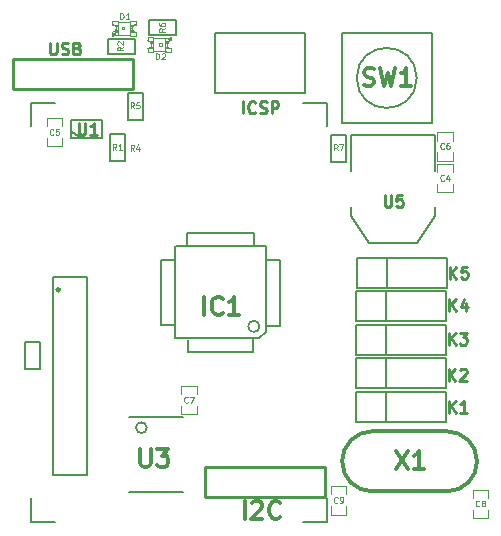
<source format=gto>
G04 (created by PCBNEW (2013-07-07 BZR 4022)-stable) date 12/31/2015 9:21:21 AM*
%MOIN*%
G04 Gerber Fmt 3.4, Leading zero omitted, Abs format*
%FSLAX34Y34*%
G01*
G70*
G90*
G04 APERTURE LIST*
%ADD10C,0.00590551*%
%ADD11C,0.00492126*%
%ADD12C,0.00984252*%
%ADD13C,0.011811*%
%ADD14C,0.006*%
%ADD15C,0.005*%
%ADD16C,0.008*%
%ADD17C,0.0047*%
%ADD18C,0.01*%
%ADD19C,0.0026*%
%ADD20C,0.004*%
%ADD21C,0.002*%
%ADD22C,0.0125*%
%ADD23C,0.012*%
G04 APERTURE END LIST*
G54D10*
G54D11*
X48024Y-37569D02*
X48014Y-37579D01*
X47986Y-37588D01*
X47967Y-37588D01*
X47939Y-37579D01*
X47921Y-37560D01*
X47911Y-37541D01*
X47902Y-37504D01*
X47902Y-37476D01*
X47911Y-37438D01*
X47921Y-37419D01*
X47939Y-37401D01*
X47967Y-37391D01*
X47986Y-37391D01*
X48014Y-37401D01*
X48024Y-37410D01*
X48089Y-37391D02*
X48221Y-37391D01*
X48136Y-37588D01*
X45642Y-29158D02*
X45576Y-29064D01*
X45529Y-29158D02*
X45529Y-28961D01*
X45604Y-28961D01*
X45623Y-28971D01*
X45632Y-28980D01*
X45642Y-28999D01*
X45642Y-29027D01*
X45632Y-29046D01*
X45623Y-29055D01*
X45604Y-29064D01*
X45529Y-29064D01*
X45829Y-29158D02*
X45717Y-29158D01*
X45773Y-29158D02*
X45773Y-28961D01*
X45754Y-28989D01*
X45735Y-29008D01*
X45717Y-29018D01*
X46227Y-29185D02*
X46161Y-29091D01*
X46114Y-29185D02*
X46114Y-28988D01*
X46189Y-28988D01*
X46208Y-28998D01*
X46217Y-29007D01*
X46227Y-29026D01*
X46227Y-29054D01*
X46217Y-29073D01*
X46208Y-29082D01*
X46189Y-29091D01*
X46114Y-29091D01*
X46395Y-29054D02*
X46395Y-29185D01*
X46349Y-28979D02*
X46302Y-29120D01*
X46424Y-29120D01*
X46231Y-27777D02*
X46166Y-27683D01*
X46119Y-27777D02*
X46119Y-27580D01*
X46194Y-27580D01*
X46212Y-27589D01*
X46222Y-27599D01*
X46231Y-27617D01*
X46231Y-27645D01*
X46222Y-27664D01*
X46212Y-27674D01*
X46194Y-27683D01*
X46119Y-27683D01*
X46409Y-27580D02*
X46316Y-27580D01*
X46306Y-27674D01*
X46316Y-27664D01*
X46334Y-27655D01*
X46381Y-27655D01*
X46400Y-27664D01*
X46409Y-27674D01*
X46419Y-27692D01*
X46419Y-27739D01*
X46409Y-27758D01*
X46400Y-27767D01*
X46381Y-27777D01*
X46334Y-27777D01*
X46316Y-27767D01*
X46306Y-27758D01*
X43542Y-28641D02*
X43532Y-28651D01*
X43504Y-28660D01*
X43485Y-28660D01*
X43457Y-28651D01*
X43439Y-28632D01*
X43429Y-28613D01*
X43420Y-28576D01*
X43420Y-28548D01*
X43429Y-28510D01*
X43439Y-28491D01*
X43457Y-28473D01*
X43485Y-28463D01*
X43504Y-28463D01*
X43532Y-28473D01*
X43542Y-28482D01*
X43720Y-28463D02*
X43626Y-28463D01*
X43617Y-28557D01*
X43626Y-28548D01*
X43645Y-28538D01*
X43692Y-28538D01*
X43710Y-28548D01*
X43720Y-28557D01*
X43729Y-28576D01*
X43729Y-28623D01*
X43720Y-28641D01*
X43710Y-28651D01*
X43692Y-28660D01*
X43645Y-28660D01*
X43626Y-28651D01*
X43617Y-28641D01*
G54D12*
X44385Y-28264D02*
X44385Y-28582D01*
X44403Y-28620D01*
X44422Y-28639D01*
X44460Y-28657D01*
X44535Y-28657D01*
X44572Y-28639D01*
X44591Y-28620D01*
X44610Y-28582D01*
X44610Y-28264D01*
X45003Y-28657D02*
X44778Y-28657D01*
X44891Y-28657D02*
X44891Y-28264D01*
X44853Y-28320D01*
X44816Y-28357D01*
X44778Y-28376D01*
X43423Y-25585D02*
X43423Y-25904D01*
X43441Y-25941D01*
X43460Y-25960D01*
X43498Y-25979D01*
X43573Y-25979D01*
X43610Y-25960D01*
X43629Y-25941D01*
X43648Y-25904D01*
X43648Y-25585D01*
X43816Y-25960D02*
X43873Y-25979D01*
X43966Y-25979D01*
X44004Y-25960D01*
X44023Y-25941D01*
X44041Y-25904D01*
X44041Y-25866D01*
X44023Y-25829D01*
X44004Y-25810D01*
X43966Y-25791D01*
X43891Y-25773D01*
X43854Y-25754D01*
X43835Y-25735D01*
X43816Y-25698D01*
X43816Y-25660D01*
X43835Y-25623D01*
X43854Y-25604D01*
X43891Y-25585D01*
X43985Y-25585D01*
X44041Y-25604D01*
X44341Y-25773D02*
X44398Y-25791D01*
X44416Y-25810D01*
X44435Y-25848D01*
X44435Y-25904D01*
X44416Y-25941D01*
X44398Y-25960D01*
X44360Y-25979D01*
X44210Y-25979D01*
X44210Y-25585D01*
X44341Y-25585D01*
X44379Y-25604D01*
X44398Y-25623D01*
X44416Y-25660D01*
X44416Y-25698D01*
X44398Y-25735D01*
X44379Y-25754D01*
X44341Y-25773D01*
X44210Y-25773D01*
G54D11*
X47262Y-25111D02*
X47168Y-25176D01*
X47262Y-25223D02*
X47065Y-25223D01*
X47065Y-25148D01*
X47074Y-25130D01*
X47084Y-25120D01*
X47102Y-25111D01*
X47130Y-25111D01*
X47149Y-25120D01*
X47159Y-25130D01*
X47168Y-25148D01*
X47168Y-25223D01*
X47065Y-24942D02*
X47065Y-24980D01*
X47074Y-24998D01*
X47084Y-25008D01*
X47112Y-25026D01*
X47149Y-25036D01*
X47224Y-25036D01*
X47243Y-25026D01*
X47252Y-25017D01*
X47262Y-24998D01*
X47262Y-24961D01*
X47252Y-24942D01*
X47243Y-24933D01*
X47224Y-24923D01*
X47177Y-24923D01*
X47159Y-24933D01*
X47149Y-24942D01*
X47140Y-24961D01*
X47140Y-24998D01*
X47149Y-25017D01*
X47159Y-25026D01*
X47177Y-25036D01*
X45868Y-25733D02*
X45774Y-25799D01*
X45868Y-25846D02*
X45671Y-25846D01*
X45671Y-25771D01*
X45681Y-25752D01*
X45690Y-25743D01*
X45709Y-25733D01*
X45737Y-25733D01*
X45756Y-25743D01*
X45765Y-25752D01*
X45774Y-25771D01*
X45774Y-25846D01*
X45690Y-25658D02*
X45681Y-25649D01*
X45671Y-25630D01*
X45671Y-25583D01*
X45681Y-25565D01*
X45690Y-25555D01*
X45709Y-25546D01*
X45728Y-25546D01*
X45756Y-25555D01*
X45868Y-25668D01*
X45868Y-25546D01*
X45769Y-24799D02*
X45769Y-24602D01*
X45816Y-24602D01*
X45844Y-24612D01*
X45863Y-24630D01*
X45872Y-24649D01*
X45882Y-24687D01*
X45882Y-24715D01*
X45872Y-24752D01*
X45863Y-24771D01*
X45844Y-24790D01*
X45816Y-24799D01*
X45769Y-24799D01*
X46069Y-24799D02*
X45957Y-24799D01*
X46013Y-24799D02*
X46013Y-24602D01*
X45994Y-24630D01*
X45975Y-24649D01*
X45957Y-24659D01*
X46965Y-26143D02*
X46965Y-25946D01*
X47012Y-25946D01*
X47040Y-25956D01*
X47058Y-25974D01*
X47068Y-25993D01*
X47077Y-26031D01*
X47077Y-26059D01*
X47068Y-26096D01*
X47058Y-26115D01*
X47040Y-26134D01*
X47012Y-26143D01*
X46965Y-26143D01*
X47152Y-25965D02*
X47162Y-25956D01*
X47180Y-25946D01*
X47227Y-25946D01*
X47246Y-25956D01*
X47255Y-25965D01*
X47265Y-25984D01*
X47265Y-26003D01*
X47255Y-26031D01*
X47143Y-26143D01*
X47265Y-26143D01*
G54D12*
X49858Y-27939D02*
X49858Y-27545D01*
X50271Y-27901D02*
X50252Y-27920D01*
X50196Y-27939D01*
X50158Y-27939D01*
X50102Y-27920D01*
X50065Y-27883D01*
X50046Y-27845D01*
X50027Y-27770D01*
X50027Y-27714D01*
X50046Y-27639D01*
X50065Y-27601D01*
X50102Y-27564D01*
X50158Y-27545D01*
X50196Y-27545D01*
X50252Y-27564D01*
X50271Y-27583D01*
X50421Y-27920D02*
X50477Y-27939D01*
X50571Y-27939D01*
X50608Y-27920D01*
X50627Y-27901D01*
X50646Y-27864D01*
X50646Y-27826D01*
X50627Y-27789D01*
X50608Y-27770D01*
X50571Y-27751D01*
X50496Y-27733D01*
X50458Y-27714D01*
X50440Y-27695D01*
X50421Y-27658D01*
X50421Y-27620D01*
X50440Y-27583D01*
X50458Y-27564D01*
X50496Y-27545D01*
X50589Y-27545D01*
X50646Y-27564D01*
X50814Y-27939D02*
X50814Y-27545D01*
X50964Y-27545D01*
X51002Y-27564D01*
X51021Y-27583D01*
X51039Y-27620D01*
X51039Y-27676D01*
X51021Y-27714D01*
X51002Y-27733D01*
X50964Y-27751D01*
X50814Y-27751D01*
G54D13*
X53896Y-27006D02*
X53980Y-27035D01*
X54121Y-27035D01*
X54177Y-27006D01*
X54205Y-26978D01*
X54234Y-26922D01*
X54234Y-26866D01*
X54205Y-26810D01*
X54177Y-26781D01*
X54121Y-26753D01*
X54009Y-26725D01*
X53952Y-26697D01*
X53924Y-26669D01*
X53896Y-26613D01*
X53896Y-26556D01*
X53924Y-26500D01*
X53952Y-26472D01*
X54009Y-26444D01*
X54149Y-26444D01*
X54234Y-26472D01*
X54430Y-26444D02*
X54571Y-27035D01*
X54684Y-26613D01*
X54796Y-27035D01*
X54937Y-26444D01*
X55471Y-27035D02*
X55133Y-27035D01*
X55302Y-27035D02*
X55302Y-26444D01*
X55246Y-26528D01*
X55190Y-26585D01*
X55133Y-26613D01*
G54D11*
X53013Y-29178D02*
X52947Y-29084D01*
X52900Y-29178D02*
X52900Y-28981D01*
X52975Y-28981D01*
X52994Y-28991D01*
X53003Y-29000D01*
X53013Y-29019D01*
X53013Y-29047D01*
X53003Y-29066D01*
X52994Y-29075D01*
X52975Y-29084D01*
X52900Y-29084D01*
X53078Y-28981D02*
X53210Y-28981D01*
X53125Y-29178D01*
X56562Y-30174D02*
X56552Y-30184D01*
X56524Y-30193D01*
X56505Y-30193D01*
X56477Y-30184D01*
X56459Y-30165D01*
X56449Y-30146D01*
X56440Y-30109D01*
X56440Y-30081D01*
X56449Y-30043D01*
X56459Y-30024D01*
X56477Y-30006D01*
X56505Y-29996D01*
X56524Y-29996D01*
X56552Y-30006D01*
X56562Y-30015D01*
X56730Y-30062D02*
X56730Y-30193D01*
X56684Y-29987D02*
X56637Y-30128D01*
X56759Y-30128D01*
X56562Y-29110D02*
X56552Y-29120D01*
X56524Y-29129D01*
X56505Y-29129D01*
X56477Y-29120D01*
X56459Y-29101D01*
X56449Y-29082D01*
X56440Y-29045D01*
X56440Y-29017D01*
X56449Y-28979D01*
X56459Y-28960D01*
X56477Y-28942D01*
X56505Y-28932D01*
X56524Y-28932D01*
X56552Y-28942D01*
X56562Y-28951D01*
X56730Y-28932D02*
X56693Y-28932D01*
X56674Y-28942D01*
X56665Y-28951D01*
X56646Y-28979D01*
X56637Y-29017D01*
X56637Y-29092D01*
X56646Y-29110D01*
X56655Y-29120D01*
X56674Y-29129D01*
X56712Y-29129D01*
X56730Y-29120D01*
X56740Y-29110D01*
X56749Y-29092D01*
X56749Y-29045D01*
X56740Y-29026D01*
X56730Y-29017D01*
X56712Y-29007D01*
X56674Y-29007D01*
X56655Y-29017D01*
X56646Y-29026D01*
X56637Y-29045D01*
G54D12*
X54580Y-30665D02*
X54580Y-30984D01*
X54598Y-31021D01*
X54617Y-31040D01*
X54655Y-31059D01*
X54730Y-31059D01*
X54767Y-31040D01*
X54786Y-31021D01*
X54805Y-30984D01*
X54805Y-30665D01*
X55179Y-30665D02*
X54992Y-30665D01*
X54973Y-30853D01*
X54992Y-30834D01*
X55029Y-30815D01*
X55123Y-30815D01*
X55161Y-30834D01*
X55179Y-30853D01*
X55198Y-30890D01*
X55198Y-30984D01*
X55179Y-31021D01*
X55161Y-31040D01*
X55123Y-31059D01*
X55029Y-31059D01*
X54992Y-31040D01*
X54973Y-31021D01*
X56752Y-33451D02*
X56752Y-33057D01*
X56977Y-33451D02*
X56808Y-33226D01*
X56977Y-33057D02*
X56752Y-33282D01*
X57333Y-33057D02*
X57146Y-33057D01*
X57127Y-33245D01*
X57146Y-33226D01*
X57183Y-33207D01*
X57277Y-33207D01*
X57314Y-33226D01*
X57333Y-33245D01*
X57352Y-33282D01*
X57352Y-33376D01*
X57333Y-33413D01*
X57314Y-33432D01*
X57277Y-33451D01*
X57183Y-33451D01*
X57146Y-33432D01*
X57127Y-33413D01*
X56745Y-34536D02*
X56745Y-34142D01*
X56970Y-34536D02*
X56801Y-34311D01*
X56970Y-34142D02*
X56745Y-34367D01*
X57307Y-34273D02*
X57307Y-34536D01*
X57214Y-34123D02*
X57120Y-34405D01*
X57364Y-34405D01*
X56729Y-35649D02*
X56729Y-35255D01*
X56954Y-35649D02*
X56785Y-35424D01*
X56954Y-35255D02*
X56729Y-35480D01*
X57085Y-35255D02*
X57329Y-35255D01*
X57198Y-35405D01*
X57254Y-35405D01*
X57291Y-35424D01*
X57310Y-35443D01*
X57329Y-35480D01*
X57329Y-35574D01*
X57310Y-35611D01*
X57291Y-35630D01*
X57254Y-35649D01*
X57141Y-35649D01*
X57104Y-35630D01*
X57085Y-35611D01*
X56719Y-36849D02*
X56719Y-36455D01*
X56944Y-36849D02*
X56775Y-36624D01*
X56944Y-36455D02*
X56719Y-36680D01*
X57094Y-36493D02*
X57113Y-36474D01*
X57150Y-36455D01*
X57244Y-36455D01*
X57281Y-36474D01*
X57300Y-36493D01*
X57319Y-36530D01*
X57319Y-36568D01*
X57300Y-36624D01*
X57075Y-36849D01*
X57319Y-36849D01*
X56731Y-37917D02*
X56731Y-37523D01*
X56956Y-37917D02*
X56787Y-37692D01*
X56956Y-37523D02*
X56731Y-37748D01*
X57331Y-37917D02*
X57106Y-37917D01*
X57218Y-37917D02*
X57218Y-37523D01*
X57181Y-37579D01*
X57143Y-37617D01*
X57106Y-37636D01*
G54D13*
X54961Y-39198D02*
X55355Y-39789D01*
X55355Y-39198D02*
X54961Y-39789D01*
X55889Y-39789D02*
X55552Y-39789D01*
X55721Y-39789D02*
X55721Y-39198D01*
X55664Y-39282D01*
X55608Y-39339D01*
X55552Y-39367D01*
G54D11*
X57742Y-41028D02*
X57733Y-41038D01*
X57705Y-41047D01*
X57686Y-41047D01*
X57658Y-41038D01*
X57639Y-41019D01*
X57630Y-41000D01*
X57620Y-40963D01*
X57620Y-40935D01*
X57630Y-40897D01*
X57639Y-40878D01*
X57658Y-40860D01*
X57686Y-40850D01*
X57705Y-40850D01*
X57733Y-40860D01*
X57742Y-40869D01*
X57855Y-40935D02*
X57836Y-40925D01*
X57827Y-40916D01*
X57817Y-40897D01*
X57817Y-40888D01*
X57827Y-40869D01*
X57836Y-40860D01*
X57855Y-40850D01*
X57892Y-40850D01*
X57911Y-40860D01*
X57920Y-40869D01*
X57930Y-40888D01*
X57930Y-40897D01*
X57920Y-40916D01*
X57911Y-40925D01*
X57892Y-40935D01*
X57855Y-40935D01*
X57836Y-40944D01*
X57827Y-40953D01*
X57817Y-40972D01*
X57817Y-41010D01*
X57827Y-41028D01*
X57836Y-41038D01*
X57855Y-41047D01*
X57892Y-41047D01*
X57911Y-41038D01*
X57920Y-41028D01*
X57930Y-41010D01*
X57930Y-40972D01*
X57920Y-40953D01*
X57911Y-40944D01*
X57892Y-40935D01*
X53013Y-40912D02*
X53003Y-40922D01*
X52975Y-40931D01*
X52956Y-40931D01*
X52928Y-40922D01*
X52910Y-40903D01*
X52900Y-40884D01*
X52891Y-40847D01*
X52891Y-40819D01*
X52900Y-40781D01*
X52910Y-40762D01*
X52928Y-40744D01*
X52956Y-40734D01*
X52975Y-40734D01*
X53003Y-40744D01*
X53013Y-40753D01*
X53106Y-40931D02*
X53144Y-40931D01*
X53163Y-40922D01*
X53172Y-40912D01*
X53191Y-40884D01*
X53200Y-40847D01*
X53200Y-40772D01*
X53191Y-40753D01*
X53181Y-40744D01*
X53163Y-40734D01*
X53125Y-40734D01*
X53106Y-40744D01*
X53097Y-40753D01*
X53088Y-40772D01*
X53088Y-40819D01*
X53097Y-40837D01*
X53106Y-40847D01*
X53125Y-40856D01*
X53163Y-40856D01*
X53181Y-40847D01*
X53191Y-40837D01*
X53200Y-40819D01*
G54D13*
X48563Y-34651D02*
X48563Y-34060D01*
X49182Y-34594D02*
X49154Y-34622D01*
X49069Y-34651D01*
X49013Y-34651D01*
X48929Y-34622D01*
X48872Y-34566D01*
X48844Y-34510D01*
X48816Y-34397D01*
X48816Y-34313D01*
X48844Y-34201D01*
X48872Y-34144D01*
X48929Y-34088D01*
X49013Y-34060D01*
X49069Y-34060D01*
X49154Y-34088D01*
X49182Y-34116D01*
X49744Y-34651D02*
X49407Y-34651D01*
X49575Y-34651D02*
X49575Y-34060D01*
X49519Y-34144D01*
X49463Y-34201D01*
X49407Y-34229D01*
X49913Y-41459D02*
X49913Y-40868D01*
X50166Y-40924D02*
X50194Y-40896D01*
X50250Y-40868D01*
X50391Y-40868D01*
X50447Y-40896D01*
X50475Y-40924D01*
X50504Y-40980D01*
X50504Y-41037D01*
X50475Y-41121D01*
X50138Y-41459D01*
X50504Y-41459D01*
X51094Y-41402D02*
X51066Y-41430D01*
X50982Y-41459D01*
X50925Y-41459D01*
X50841Y-41430D01*
X50785Y-41374D01*
X50757Y-41318D01*
X50729Y-41205D01*
X50729Y-41121D01*
X50757Y-41009D01*
X50785Y-40952D01*
X50841Y-40896D01*
X50925Y-40868D01*
X50982Y-40868D01*
X51066Y-40896D01*
X51094Y-40924D01*
X46443Y-39128D02*
X46443Y-39606D01*
X46471Y-39662D01*
X46499Y-39690D01*
X46555Y-39719D01*
X46668Y-39719D01*
X46724Y-39690D01*
X46752Y-39662D01*
X46780Y-39606D01*
X46780Y-39128D01*
X47005Y-39128D02*
X47371Y-39128D01*
X47174Y-39353D01*
X47258Y-39353D01*
X47314Y-39381D01*
X47342Y-39409D01*
X47371Y-39465D01*
X47371Y-39606D01*
X47342Y-39662D01*
X47314Y-39690D01*
X47258Y-39719D01*
X47089Y-39719D01*
X47033Y-39690D01*
X47005Y-39662D01*
G54D14*
X47853Y-40564D02*
X46055Y-40564D01*
X46055Y-38072D02*
X47853Y-38072D01*
X46654Y-38422D02*
G75*
G03X46654Y-38422I-180J0D01*
G74*
G01*
X47124Y-32827D02*
X47574Y-32827D01*
X47124Y-35007D02*
X47564Y-35007D01*
X47124Y-32827D02*
X47124Y-35007D01*
X48004Y-32357D02*
X48004Y-31927D01*
X50214Y-32347D02*
X50214Y-31927D01*
X50224Y-31927D02*
X48004Y-31917D01*
X50204Y-35897D02*
X48034Y-35907D01*
X50634Y-35207D02*
X50634Y-32377D01*
X48024Y-35897D02*
X48024Y-35487D01*
X50384Y-35447D02*
X47604Y-35447D01*
X47584Y-32367D02*
X47584Y-35407D01*
X50634Y-32367D02*
X47634Y-32367D01*
X51084Y-35037D02*
X51084Y-32817D01*
X51084Y-32817D02*
X50634Y-32817D01*
X50630Y-35217D02*
X50400Y-35447D01*
X51082Y-35037D02*
X50630Y-35037D01*
X50204Y-35447D02*
X50204Y-35899D01*
X50411Y-35043D02*
G75*
G03X50411Y-35043I-188J0D01*
G74*
G01*
G54D15*
X55651Y-26763D02*
G75*
G03X55651Y-26763I-1000J0D01*
G74*
G01*
X56151Y-28263D02*
X53151Y-28263D01*
X53151Y-28263D02*
X53151Y-25263D01*
X53151Y-25263D02*
X56151Y-25263D01*
X56151Y-28263D02*
X56151Y-25263D01*
G54D16*
X56272Y-29856D02*
X56272Y-28656D01*
X56272Y-28656D02*
X53472Y-28656D01*
X53472Y-28656D02*
X53472Y-29856D01*
X56272Y-31056D02*
X56272Y-31356D01*
X56272Y-31356D02*
X55672Y-32256D01*
X55672Y-32256D02*
X54072Y-32256D01*
X54072Y-32256D02*
X53472Y-31356D01*
X53472Y-31356D02*
X53472Y-31056D01*
G54D17*
X57521Y-41167D02*
X57521Y-41442D01*
X57521Y-40773D02*
X57521Y-40498D01*
X58033Y-41167D02*
X58033Y-41442D01*
X58033Y-40498D02*
X58033Y-40773D01*
X58027Y-41442D02*
X57527Y-41442D01*
X57527Y-40498D02*
X58027Y-40498D01*
X52797Y-41041D02*
X52797Y-41316D01*
X52797Y-40647D02*
X52797Y-40372D01*
X53309Y-41041D02*
X53309Y-41316D01*
X53309Y-40372D02*
X53309Y-40647D01*
X53303Y-41316D02*
X52803Y-41316D01*
X52803Y-40372D02*
X53303Y-40372D01*
X47808Y-37700D02*
X47808Y-37975D01*
X47808Y-37306D02*
X47808Y-37031D01*
X48320Y-37700D02*
X48320Y-37975D01*
X48320Y-37031D02*
X48320Y-37306D01*
X48314Y-37975D02*
X47814Y-37975D01*
X47814Y-37031D02*
X48314Y-37031D01*
X43332Y-28771D02*
X43332Y-29046D01*
X43332Y-28377D02*
X43332Y-28102D01*
X43844Y-28771D02*
X43844Y-29046D01*
X43844Y-28102D02*
X43844Y-28377D01*
X43838Y-29046D02*
X43338Y-29046D01*
X43338Y-28102D02*
X43838Y-28102D01*
X56340Y-30306D02*
X56340Y-30581D01*
X56340Y-29912D02*
X56340Y-29637D01*
X56852Y-30306D02*
X56852Y-30581D01*
X56852Y-29637D02*
X56852Y-29912D01*
X56846Y-30581D02*
X56346Y-30581D01*
X56346Y-29637D02*
X56846Y-29637D01*
X56340Y-29248D02*
X56340Y-29523D01*
X56340Y-28854D02*
X56340Y-28579D01*
X56852Y-29248D02*
X56852Y-29523D01*
X56852Y-28579D02*
X56852Y-28854D01*
X56846Y-29523D02*
X56346Y-29523D01*
X56346Y-28579D02*
X56846Y-28579D01*
G54D15*
X46523Y-27250D02*
X46523Y-28150D01*
X46523Y-28150D02*
X46023Y-28150D01*
X46023Y-28150D02*
X46023Y-27250D01*
X46023Y-27250D02*
X46523Y-27250D01*
X43112Y-35550D02*
X43112Y-36450D01*
X43112Y-36450D02*
X42612Y-36450D01*
X42612Y-36450D02*
X42612Y-35550D01*
X42612Y-35550D02*
X43112Y-35550D01*
X45925Y-28636D02*
X45925Y-29536D01*
X45925Y-29536D02*
X45425Y-29536D01*
X45425Y-29536D02*
X45425Y-28636D01*
X45425Y-28636D02*
X45925Y-28636D01*
X53303Y-28654D02*
X53303Y-29554D01*
X53303Y-29554D02*
X52803Y-29554D01*
X52803Y-29554D02*
X52803Y-28654D01*
X52803Y-28654D02*
X53303Y-28654D01*
X47630Y-25331D02*
X46730Y-25331D01*
X46730Y-25331D02*
X46730Y-24831D01*
X46730Y-24831D02*
X47630Y-24831D01*
X47630Y-24831D02*
X47630Y-25331D01*
G54D18*
X42210Y-26129D02*
X46210Y-26129D01*
X42210Y-27129D02*
X46210Y-27129D01*
X46210Y-27129D02*
X46210Y-26129D01*
X42210Y-26129D02*
X42210Y-27129D01*
G54D16*
X51919Y-27267D02*
X48919Y-27267D01*
X48919Y-25267D02*
X51919Y-25267D01*
X51919Y-25267D02*
X51919Y-27267D01*
X48919Y-27267D02*
X48919Y-25267D01*
G54D14*
X53631Y-38235D02*
X53631Y-37235D01*
X53631Y-37235D02*
X56631Y-37235D01*
X56631Y-37235D02*
X56631Y-38235D01*
X56631Y-38235D02*
X53631Y-38235D01*
X54631Y-37235D02*
X54631Y-38235D01*
X53631Y-37102D02*
X53631Y-36102D01*
X53631Y-36102D02*
X56631Y-36102D01*
X56631Y-36102D02*
X56631Y-37102D01*
X56631Y-37102D02*
X53631Y-37102D01*
X54631Y-36102D02*
X54631Y-37102D01*
X53639Y-35987D02*
X53639Y-34987D01*
X53639Y-34987D02*
X56639Y-34987D01*
X56639Y-34987D02*
X56639Y-35987D01*
X56639Y-35987D02*
X53639Y-35987D01*
X54639Y-34987D02*
X54639Y-35987D01*
X53639Y-34873D02*
X53639Y-33873D01*
X53639Y-33873D02*
X56639Y-33873D01*
X56639Y-33873D02*
X56639Y-34873D01*
X56639Y-34873D02*
X53639Y-34873D01*
X54639Y-33873D02*
X54639Y-34873D01*
X53659Y-33763D02*
X53659Y-32763D01*
X53659Y-32763D02*
X56659Y-32763D01*
X56659Y-32763D02*
X56659Y-33763D01*
X56659Y-33763D02*
X53659Y-33763D01*
X54659Y-32763D02*
X54659Y-33763D01*
G54D19*
X45703Y-24991D02*
X45703Y-24863D01*
X45703Y-24863D02*
X45506Y-24863D01*
X45506Y-24991D02*
X45506Y-24863D01*
X45703Y-24991D02*
X45506Y-24991D01*
X45703Y-25236D02*
X45703Y-25177D01*
X45703Y-25177D02*
X45604Y-25177D01*
X45604Y-25236D02*
X45604Y-25177D01*
X45703Y-25236D02*
X45604Y-25236D01*
X45703Y-25041D02*
X45703Y-24982D01*
X45703Y-24982D02*
X45604Y-24982D01*
X45604Y-25041D02*
X45604Y-24982D01*
X45703Y-25041D02*
X45604Y-25041D01*
X45703Y-25187D02*
X45703Y-25031D01*
X45703Y-25031D02*
X45634Y-25031D01*
X45634Y-25187D02*
X45634Y-25031D01*
X45703Y-25187D02*
X45634Y-25187D01*
X46292Y-24991D02*
X46292Y-24863D01*
X46292Y-24863D02*
X46095Y-24863D01*
X46095Y-24991D02*
X46095Y-24863D01*
X46292Y-24991D02*
X46095Y-24991D01*
X46292Y-25355D02*
X46292Y-25227D01*
X46292Y-25227D02*
X46095Y-25227D01*
X46095Y-25355D02*
X46095Y-25227D01*
X46292Y-25355D02*
X46095Y-25355D01*
X46194Y-25041D02*
X46194Y-24982D01*
X46194Y-24982D02*
X46095Y-24982D01*
X46095Y-25041D02*
X46095Y-24982D01*
X46194Y-25041D02*
X46095Y-25041D01*
X46194Y-25236D02*
X46194Y-25177D01*
X46194Y-25177D02*
X46095Y-25177D01*
X46095Y-25236D02*
X46095Y-25177D01*
X46194Y-25236D02*
X46095Y-25236D01*
X46164Y-25187D02*
X46164Y-25031D01*
X46164Y-25031D02*
X46095Y-25031D01*
X46095Y-25187D02*
X46095Y-25031D01*
X46164Y-25187D02*
X46095Y-25187D01*
X45899Y-25148D02*
X45899Y-25070D01*
X45899Y-25070D02*
X45821Y-25070D01*
X45821Y-25148D02*
X45821Y-25070D01*
X45899Y-25148D02*
X45821Y-25148D01*
X45703Y-25345D02*
X45703Y-25227D01*
X45703Y-25227D02*
X45585Y-25227D01*
X45585Y-25345D02*
X45585Y-25227D01*
X45703Y-25345D02*
X45585Y-25345D01*
X45535Y-25355D02*
X45535Y-25266D01*
X45535Y-25266D02*
X45506Y-25266D01*
X45506Y-25355D02*
X45506Y-25266D01*
X45535Y-25355D02*
X45506Y-25355D01*
G54D20*
X45693Y-24883D02*
X46105Y-24883D01*
X46095Y-25335D02*
X45535Y-25335D01*
G54D21*
X45593Y-25286D02*
G75*
G03X45593Y-25286I-28J0D01*
G74*
G01*
G54D20*
X45506Y-25246D02*
G75*
G03X45506Y-24972I0J137D01*
G74*
G01*
X46292Y-24972D02*
G75*
G03X46292Y-25246I0J-137D01*
G74*
G01*
G54D19*
X47270Y-25772D02*
X47270Y-25900D01*
X47270Y-25900D02*
X47467Y-25900D01*
X47467Y-25772D02*
X47467Y-25900D01*
X47270Y-25772D02*
X47467Y-25772D01*
X47270Y-25527D02*
X47270Y-25586D01*
X47270Y-25586D02*
X47369Y-25586D01*
X47369Y-25527D02*
X47369Y-25586D01*
X47270Y-25527D02*
X47369Y-25527D01*
X47270Y-25722D02*
X47270Y-25781D01*
X47270Y-25781D02*
X47369Y-25781D01*
X47369Y-25722D02*
X47369Y-25781D01*
X47270Y-25722D02*
X47369Y-25722D01*
X47270Y-25576D02*
X47270Y-25732D01*
X47270Y-25732D02*
X47339Y-25732D01*
X47339Y-25576D02*
X47339Y-25732D01*
X47270Y-25576D02*
X47339Y-25576D01*
X46681Y-25772D02*
X46681Y-25900D01*
X46681Y-25900D02*
X46878Y-25900D01*
X46878Y-25772D02*
X46878Y-25900D01*
X46681Y-25772D02*
X46878Y-25772D01*
X46681Y-25408D02*
X46681Y-25536D01*
X46681Y-25536D02*
X46878Y-25536D01*
X46878Y-25408D02*
X46878Y-25536D01*
X46681Y-25408D02*
X46878Y-25408D01*
X46779Y-25722D02*
X46779Y-25781D01*
X46779Y-25781D02*
X46878Y-25781D01*
X46878Y-25722D02*
X46878Y-25781D01*
X46779Y-25722D02*
X46878Y-25722D01*
X46779Y-25527D02*
X46779Y-25586D01*
X46779Y-25586D02*
X46878Y-25586D01*
X46878Y-25527D02*
X46878Y-25586D01*
X46779Y-25527D02*
X46878Y-25527D01*
X46809Y-25576D02*
X46809Y-25732D01*
X46809Y-25732D02*
X46878Y-25732D01*
X46878Y-25576D02*
X46878Y-25732D01*
X46809Y-25576D02*
X46878Y-25576D01*
X47074Y-25615D02*
X47074Y-25693D01*
X47074Y-25693D02*
X47152Y-25693D01*
X47152Y-25615D02*
X47152Y-25693D01*
X47074Y-25615D02*
X47152Y-25615D01*
X47270Y-25418D02*
X47270Y-25536D01*
X47270Y-25536D02*
X47388Y-25536D01*
X47388Y-25418D02*
X47388Y-25536D01*
X47270Y-25418D02*
X47388Y-25418D01*
X47438Y-25408D02*
X47438Y-25497D01*
X47438Y-25497D02*
X47467Y-25497D01*
X47467Y-25408D02*
X47467Y-25497D01*
X47438Y-25408D02*
X47467Y-25408D01*
G54D20*
X47280Y-25880D02*
X46868Y-25880D01*
X46878Y-25428D02*
X47438Y-25428D01*
G54D21*
X47436Y-25477D02*
G75*
G03X47436Y-25477I-28J0D01*
G74*
G01*
G54D20*
X47467Y-25517D02*
G75*
G03X47467Y-25791I0J-137D01*
G74*
G01*
X46681Y-25791D02*
G75*
G03X46681Y-25517I0J137D01*
G74*
G01*
G54D22*
X54165Y-40544D02*
X56665Y-40544D01*
X54165Y-38544D02*
X56665Y-38544D01*
X57665Y-39544D02*
G75*
G03X56665Y-38544I-1000J0D01*
G74*
G01*
X56665Y-40544D02*
G75*
G03X57665Y-39544I0J1000D01*
G74*
G01*
X54165Y-38544D02*
G75*
G03X53165Y-39544I0J-1000D01*
G74*
G01*
X53165Y-39544D02*
G75*
G03X54165Y-40544I1000J0D01*
G74*
G01*
G54D16*
X43537Y-40004D02*
X43537Y-33389D01*
X43537Y-33389D02*
X44671Y-33389D01*
X44671Y-33389D02*
X44671Y-40004D01*
X44671Y-40004D02*
X43537Y-40004D01*
X42805Y-27590D02*
X43592Y-27590D01*
X51860Y-27590D02*
X52647Y-27590D01*
X52647Y-27590D02*
X52647Y-28378D01*
X52647Y-40779D02*
X52647Y-41566D01*
X52647Y-41566D02*
X51860Y-41566D01*
X43592Y-41566D02*
X42805Y-41566D01*
X42805Y-41566D02*
X42805Y-40779D01*
X42805Y-28378D02*
X42805Y-27590D01*
G54D23*
X43749Y-33822D02*
G75*
G03X43749Y-33822I-39J0D01*
G74*
G01*
G54D15*
X44464Y-28764D02*
X44164Y-28564D01*
X45164Y-28764D02*
X44139Y-28764D01*
X44139Y-28764D02*
X44139Y-28164D01*
X44139Y-28164D02*
X45164Y-28164D01*
X45164Y-28164D02*
X45164Y-28764D01*
X45351Y-25454D02*
X46251Y-25454D01*
X46251Y-25454D02*
X46251Y-25954D01*
X46251Y-25954D02*
X45351Y-25954D01*
X45351Y-25954D02*
X45351Y-25454D01*
G54D18*
X52610Y-40730D02*
X48610Y-40730D01*
X52610Y-39730D02*
X48610Y-39730D01*
X48610Y-39730D02*
X48610Y-40730D01*
X52610Y-40730D02*
X52610Y-39730D01*
M02*

</source>
